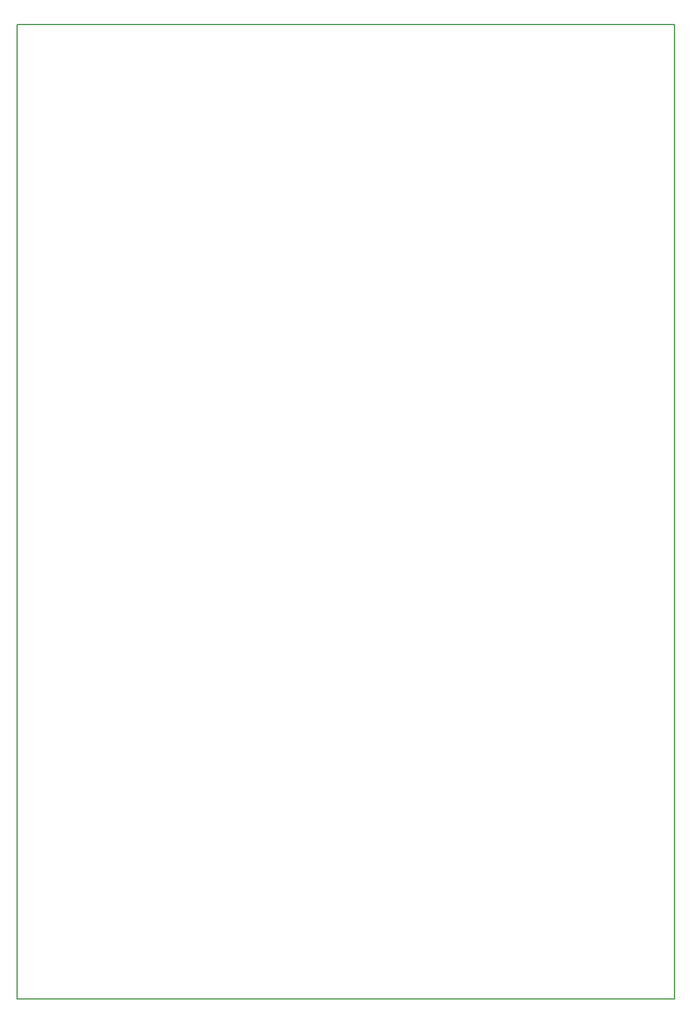
<source format=gko>
G04 DipTrace 3.3.1.3*
G04 BoardOutline.gbr*
%MOIN*%
G04 #@! TF.FileFunction,Profile*
G04 #@! TF.Part,Single*
%ADD11C,0.005512*%
%FSLAX26Y26*%
G04*
G70*
G90*
G75*
G01*
G04 BoardOutline*
%LPD*%
X4243700Y6093700D2*
D11*
X393700D1*
Y393700D1*
X4243700D1*
Y6093700D1*
M02*

</source>
